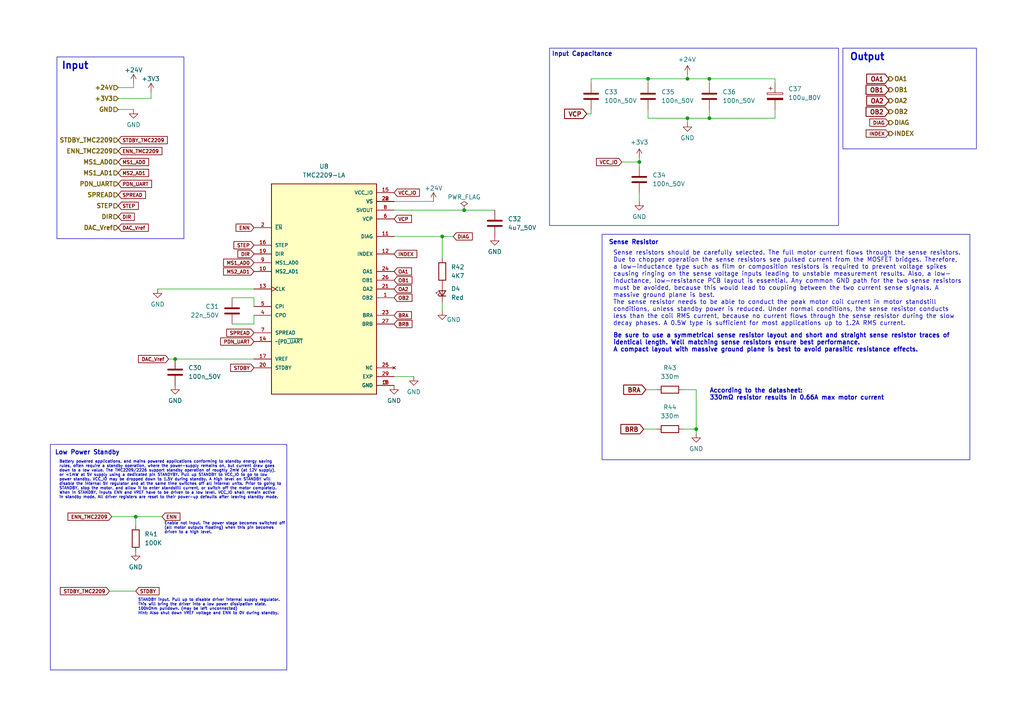
<source format=kicad_sch>
(kicad_sch (version 20231120) (generator "eeschema") (generator_version "8.0")
  (paper "A4")
  (lib_symbols
    (symbol "_C_0402:100n_50V" (pin_numbers hide) (pin_names (offset 0.254))
      (property "Reference" "C" (at 0.635 2.54 0))
      (property "Value" "100n_50V" (at 0.635 -2.54 0))
      (symbol "100n_50V_0_1"
        (polyline (pts (xy -2.032 -0.762) (xy 2.032 -0.762)) (stroke (width 0.508)))
        (polyline (pts (xy -2.032 0.762) (xy 2.032 0.762)) (stroke (width 0.508)))
      )
      (symbol "100n_50V_1_1"
        (pin passive line (at 0 3.81 270) (length 2.794) (name "~") (number "1"))
        (pin passive line (at 0 -3.81 90) (length 2.794) (name "~") (number "2"))
      )
    )
    (symbol "_C_0402:22n_50V" (pin_numbers hide) (pin_names (offset 0.254))
      (property "Reference" "C" (at 0.635 2.54 0))
      (property "Value" "22n_50V" (at 0.635 -2.54 0))
      (symbol "22n_50V_0_1"
        (polyline (pts (xy -2.032 -0.762) (xy 2.032 -0.762)) (stroke (width 0.508)))
        (polyline (pts (xy -2.032 0.762) (xy 2.032 0.762)) (stroke (width 0.508)))
      )
      (symbol "22n_50V_1_1"
        (pin passive line (at 0 3.81 270) (length 2.794) (name "~") (number "1"))
        (pin passive line (at 0 -3.81 90) (length 2.794) (name "~") (number "2"))
      )
    )
    (symbol "_C_1206:4u7_50V" (pin_numbers hide) (pin_names (offset 0.254))
      (property "Reference" "C" (at 0.635 2.54 0))
      (property "Value" "4u7_50V" (at 0.635 -2.54 0))
      (symbol "4u7_50V_0_1"
        (polyline (pts (xy -2.032 -0.762) (xy 2.032 -0.762)) (stroke (width 0.508)))
        (polyline (pts (xy -2.032 0.762) (xy 2.032 0.762)) (stroke (width 0.508)))
      )
      (symbol "4u7_50V_1_1"
        (pin passive line (at 0 3.81 270) (length 2.794) (name "~") (number "1"))
        (pin passive line (at 0 -3.81 90) (length 2.794) (name "~") (number "2"))
      )
    )
    (symbol "_C_Polarized:100u_80V" (pin_numbers hide) (pin_names (offset 0.254))
      (property "Reference" "C" (at 0.635 2.54 0))
      (property "Value" "100u_80V" (at 0.635 -2.54 0))
      (symbol "100u_80V_0_1"
        (rectangle (start -2.286 0.508) (end 2.286 1.016))
        (polyline (pts (xy -1.778 2.286) (xy -0.762 2.286)))
        (polyline (pts (xy -1.27 2.794) (xy -1.27 1.778)))
        (rectangle (start 2.286 -0.508) (end -2.286 -1.016) (fill (type outline)))
      )
      (symbol "100u_80V_1_1"
        (pin passive line (at 0 3.81 270) (length 2.794) (name "~") (number "1"))
        (pin passive line (at 0 -3.81 90) (length 2.794) (name "~") (number "2"))
      )
    )
    (symbol "_Driver_Motor:TMC2209-LA" (pin_names (offset 1.016))
      (property "Reference" "U" (at -15.24 30.48 0))
      (property "Value" "TMC2209-LA" (at -15.24 -33.02 0))
      (symbol "TMC2209-LA_0_0"
        (rectangle (start -15.24 -30.48) (end 15.24 30.48) (stroke (width 0.254)) (fill (type background)))
        (pin output line (at 20.32 -2.54 180) (length 5.08) (name "OB2") (number "1"))
        (pin input line (at -20.32 5.08 0) (length 5.08) (name "MS2_AD1") (number "10"))
        (pin output line (at 20.32 15.24 180) (length 5.08) (name "DIAG") (number "11"))
        (pin output line (at 20.32 10.16 180) (length 5.08) (name "INDEX") (number "12"))
        (pin input clock (at -20.32 0 0) (length 5.08) (name "CLK") (number "13"))
        (pin bidirectional line (at -20.32 -15.24 0) (length 5.08) (name "~{PD~{_UART}") (number "14"))
        (pin power_in line (at 20.32 27.94 180) (length 5.08) (name "VCC_IO") (number "15"))
        (pin input line (at -20.32 12.7 0) (length 5.08) (name "STEP") (number "16"))
        (pin input line (at -20.32 -20.32 0) (length 5.08) (name "VREF") (number "17"))
        (pin power_in line (at 20.32 -27.94 180) (length 5.08) (name "GND") (number "18"))
        (pin input line (at -20.32 10.16 0) (length 5.08) (name "DIR") (number "19"))
        (pin input line (at -20.32 17.78 0) (length 5.08) (name "~{EN}") (number "2"))
        (pin input line (at -20.32 -22.86 0) (length 5.08) (name "STDBY") (number "20"))
        (pin output line (at 20.32 0 180) (length 5.08) (name "OA2") (number "21"))
        (pin power_in line (at 20.32 25.4 180) (length 5.08) (name "VS") (number "22"))
        (pin bidirectional line (at 20.32 -7.62 180) (length 5.08) (name "BRA") (number "23"))
        (pin output line (at 20.32 5.08 180) (length 5.08) (name "OA1") (number "24"))
        (pin no_connect line (at 20.32 -22.86 180) (length 5.08) (name "NC") (number "25"))
        (pin output line (at 20.32 2.54 180) (length 5.08) (name "OB1") (number "26"))
        (pin bidirectional line (at 20.32 -10.16 180) (length 5.08) (name "BRB") (number "27"))
        (pin power_in line (at 20.32 25.4 180) (length 5.08) (name "VS") (number "28"))
        (pin power_in line (at 20.32 -25.4 180) (length 5.08) (name "EXP") (number "29"))
        (pin power_in line (at 20.32 -27.94 180) (length 5.08) (name "GND") (number "3"))
        (pin output line (at -20.32 -7.62 0) (length 5.08) (name "CPO") (number "4"))
        (pin input line (at -20.32 -5.08 0) (length 5.08) (name "CPI") (number "5"))
        (pin power_in line (at 20.32 20.32 180) (length 5.08) (name "VCP") (number "6"))
        (pin input line (at -20.32 -12.7 0) (length 5.08) (name "SPREAD") (number "7"))
        (pin power_in line (at 20.32 22.86 180) (length 5.08) (name "5VOUT") (number "8"))
        (pin input line (at -20.32 7.62 0) (length 5.08) (name "MS1_AD0") (number "9"))
      )
    )
    (symbol "_LED:Red" (pin_numbers hide) (pin_names (offset 0.254) hide)
      (property "Reference" "D" (at -1.27 3.175 0))
      (property "Value" "Red" (at -4.445 -2.54 0))
      (symbol "Red_0_1"
        (polyline (pts (xy -0.762 -1.016) (xy -0.762 1.016)) (stroke (width 0.254)))
        (polyline (pts (xy 1.016 0) (xy -0.762 0)))
        (polyline (pts (xy 0.762 -1.016) (xy -0.762 0) (xy 0.762 1.016) (xy 0.762 -1.016)) (stroke (width 0.254)))
        (polyline (pts (xy 0 0.762) (xy -0.508 1.27) (xy -0.254 1.27) (xy -0.508 1.27) (xy -0.508 1.016)))
        (polyline (pts (xy 0.508 1.27) (xy 0 1.778) (xy 0.254 1.778) (xy 0 1.778) (xy 0 1.524)))
      )
      (symbol "Red_1_1"
        (pin passive line (at -2.54 0 0) (length 1.778) (name "K") (number "1"))
        (pin passive line (at 2.54 0 180) (length 1.778) (name "A") (number "2"))
      )
    )
    (symbol "_R_0402:100K" (pin_numbers hide) (pin_names (offset 0))
      (property "Reference" "R" (at 2.032 0 90))
      (property "Value" "100K" (at 0 0 90))
      (symbol "100K_0_1"
        (rectangle (start -1.016 -2.54) (end 1.016 2.54) (stroke (width 0.254)))
      )
      (symbol "100K_1_1"
        (pin passive line (at 0 3.81 270) (length 1.27) (name "~") (number "1"))
        (pin passive line (at 0 -3.81 90) (length 1.27) (name "~") (number "2"))
      )
    )
    (symbol "_R_0603:4K7" (pin_numbers hide) (pin_names (offset 0))
      (property "Reference" "R" (at 2.032 0 90))
      (property "Value" "4K7" (at 0 0 90))
      (symbol "4K7_0_1"
        (rectangle (start -1.016 -2.54) (end 1.016 2.54) (stroke (width 0.254)))
      )
      (symbol "4K7_1_1"
        (pin passive line (at 0 3.81 270) (length 1.27) (name "~") (number "1"))
        (pin passive line (at 0 -3.81 90) (length 1.27) (name "~") (number "2"))
      )
    )
    (symbol "_R_1210:330m" (pin_numbers hide) (pin_names (offset 0))
      (property "Reference" "R" (at 2.032 0 90))
      (property "Value" "330m" (at 0 0 90))
      (symbol "330m_0_1"
        (rectangle (start -1.016 -2.54) (end 1.016 2.54) (stroke (width 0.254)))
      )
      (symbol "330m_1_1"
        (pin passive line (at 0 3.81 270) (length 1.27) (name "~") (number "1"))
        (pin passive line (at 0 -3.81 90) (length 1.27) (name "~") (number "2"))
      )
    )
    (symbol "power:+24V" (power) (pin_names (offset 0))
      (property "Value" "+24V" (at 0 3.556 0))
      (symbol "+24V_0_1"
        (polyline (pts (xy -0.762 1.27) (xy 0 2.54)))
        (polyline (pts (xy 0 0) (xy 0 2.54)))
        (polyline (pts (xy 0 2.54) (xy 0.762 1.27)))
      )
      (symbol "+24V_1_1"
        (pin power_in line (at 0 0 90) (length 0) hide (name "+24V") (number "1"))
      )
    )
    (symbol "power:+3V3" (power) (pin_names (offset 0))
      (property "Value" "+3V3" (at 0 3.556 0))
      (symbol "+3V3_0_1"
        (polyline (pts (xy -0.762 1.27) (xy 0 2.54)))
        (polyline (pts (xy 0 0) (xy 0 2.54)))
        (polyline (pts (xy 0 2.54) (xy 0.762 1.27)))
      )
      (symbol "+3V3_1_1"
        (pin power_in line (at 0 0 90) (length 0) hide (name "+3V3") (number "1"))
      )
    )
    (symbol "power:GND" (power) (pin_names (offset 0))
      (property "Value" "GND" (at 0 -3.81 0))
      (symbol "GND_0_1"
        (polyline (pts (xy 0 0) (xy 0 -1.27) (xy 1.27 -1.27) (xy 0 -2.54) (xy -1.27 -1.27) (xy 0 -1.27)))
      )
      (symbol "GND_1_1"
        (pin power_in line (at 0 0 270) (length 0) hide (name "GND") (number "1"))
      )
    )
    (symbol "power:PWR_FLAG" (power) (pin_numbers hide) (pin_names (offset 0) hide)
      (property "Value" "PWR_FLAG" (at 0 3.81 0))
      (symbol "PWR_FLAG_0_0"
        (pin power_out line (at 0 0 90) (length 0) (name "pwr") (number "1"))
      )
      (symbol "PWR_FLAG_0_1"
        (polyline (pts (xy 0 0) (xy 0 1.27) (xy -1.016 1.905) (xy 0 2.54) (xy 1.016 1.905) (xy 0 1.27)))
      )
    )
  )
  (junction (at 187.96 22.86))
  (junction (at 39.37 149.86))
  (junction (at 128.27 68.58))
  (junction (at 199.39 34.29))
  (junction (at 134.62 60.96))
  (junction (at 199.39 22.86))
  (junction (at 205.74 22.86))
  (junction (at 50.8 104.14))
  (junction (at 205.74 34.29))
  (junction (at 201.93 124.46))
  (junction (at 185.42 46.99))
  (wire (pts (xy 199.39 34.29) (xy 205.74 34.29)))
  (wire (pts (xy 186.69 124.46) (xy 190.5 124.46)))
  (wire (pts (xy 48.895 104.14) (xy 50.8 104.14)))
  (wire (pts (xy 131.445 68.58) (xy 128.27 68.58)))
  (wire (pts (xy 67.31 93.98) (xy 73.66 93.98)))
  (wire (pts (xy 187.96 31.75) (xy 187.96 34.29)))
  (wire (pts (xy 171.45 22.86) (xy 187.96 22.86)))
  (wire (pts (xy 45.72 83.82) (xy 73.66 83.82)))
  (wire (pts (xy 171.45 31.75) (xy 171.45 33.02)))
  (wire (pts (xy 205.74 22.86) (xy 224.79 22.86)))
  (wire (pts (xy 34.29 31.75) (xy 38.735 31.75)))
  (wire (pts (xy 171.45 22.86) (xy 171.45 24.13)))
  (wire (pts (xy 187.325 113.03) (xy 190.5 113.03)))
  (wire (pts (xy 187.96 22.86) (xy 199.39 22.86)))
  (wire (pts (xy 187.96 22.86) (xy 187.96 24.13)))
  (wire (pts (xy 224.79 31.75) (xy 224.79 34.29)))
  (wire (pts (xy 50.8 104.14) (xy 73.66 104.14)))
  (wire (pts (xy 67.31 86.36) (xy 73.66 86.36)))
  (wire (pts (xy 185.42 46.99) (xy 185.42 48.26)))
  (wire (pts (xy 201.93 113.03) (xy 198.12 113.03)))
  (wire (pts (xy 185.42 55.88) (xy 185.42 58.42)))
  (wire (pts (xy 31.75 171.45) (xy 39.37 171.45)))
  (wire (pts (xy 198.12 124.46) (xy 201.93 124.46)))
  (wire (pts (xy 128.27 68.58) (xy 128.27 74.93)))
  (wire (pts (xy 128.27 68.58) (xy 114.3 68.58)))
  (wire (pts (xy 199.39 21.59) (xy 199.39 22.86)))
  (wire (pts (xy 73.66 86.36) (xy 73.66 88.9)))
  (wire (pts (xy 199.39 34.29) (xy 199.39 35.56)))
  (wire (pts (xy 38.735 25.4) (xy 34.29 25.4)))
  (wire (pts (xy 187.96 34.29) (xy 199.39 34.29)))
  (wire (pts (xy 114.3 58.42) (xy 125.73 58.42)))
  (wire (pts (xy 39.37 149.86) (xy 46.99 149.86)))
  (wire (pts (xy 73.66 91.44) (xy 73.66 93.98)))
  (wire (pts (xy 180.34 46.99) (xy 185.42 46.99)))
  (wire (pts (xy 185.42 46.99) (xy 185.42 45.72)))
  (wire (pts (xy 34.29 28.575) (xy 43.815 28.575)))
  (wire (pts (xy 201.93 124.46) (xy 201.93 125.73)))
  (wire (pts (xy 224.79 34.29) (xy 205.74 34.29)))
  (wire (pts (xy 39.37 149.86) (xy 39.37 152.4)))
  (wire (pts (xy 114.3 60.96) (xy 134.62 60.96)))
  (wire (pts (xy 43.815 26.67) (xy 43.815 28.575)))
  (wire (pts (xy 201.93 113.03) (xy 201.93 124.46)))
  (wire (pts (xy 134.62 60.96) (xy 143.51 60.96)))
  (wire (pts (xy 224.79 22.86) (xy 224.79 24.13)))
  (wire (pts (xy 38.735 24.13) (xy 38.735 25.4)))
  (wire (pts (xy 32.385 149.86) (xy 39.37 149.86)))
  (wire (pts (xy 205.74 22.86) (xy 205.74 24.13)))
  (wire (pts (xy 114.3 109.22) (xy 120.015 109.22)))
  (wire (pts (xy 128.27 90.17) (xy 128.27 87.63)))
  (wire (pts (xy 199.39 22.86) (xy 205.74 22.86)))
  (wire (pts (xy 205.74 31.75) (xy 205.74 34.29)))
  (wire (pts (xy 171.45 33.02) (xy 170.18 33.02)))
  (rectangle (start 159.385 13.97) (end 243.205 65.405))
  (rectangle (start 244.475 13.97) (end 283.21 43.18))
  (rectangle (start 16.51 16.51) (end 53.34 69.215))
  (rectangle (start 14.605 128.905) (end 83.185 194.31))
  (rectangle (start 174.625 67.945) (end 281.305 133.35))
  (text "STANDBY input. Pull up to disable driver internal supply regulator.\nThis will bring the driver into a low power dissipation state.\n100kOhm pulldown. (may be left unconnected)\nHint: Also shut down VREF voltage and ENN to 0V during standby." (at 40.005 178.435 0) (effects (font (size 0.8 0.8)) (justify left bottom)))
  (text "Output" (at 246.38 17.78 0) (effects (font (size 2 2) (thickness 0.4) (bold yes)) (justify left bottom)))
  (text "Sense resistors should be carefully selected. The full motor current flows through the sense resistors.\nDue to chopper operation the sense resistors see pulsed current from the MOSFET bridges. Therefore,\na low-inductance type such as film or composition resistors is required to prevent voltage spikes\ncausing ringing on the sense voltage inputs leading to unstable measurement results. Also, a low-\ninductance, low-resistance PCB layout is essential. Any common GND path for the two sense resistors\nmust be avoided, because this would lead to coupling between the two current sense signals. A\nmassive ground plane is best.\nThe sense resistor needs to be able to conduct the peak motor coil current in motor standstill\nconditions, unless standby power is reduced. Under normal conditions, the sense resistor conducts\nless than the coil RMS current, because no current flows through the sense resistor during the slow\ndecay phases. A 0.5W type is sufficient for most applications up to 1.2A RMS current." (at 177.8 94.615 0) (effects (font (size 1.27 1.27)) (justify left bottom)))
  (text "Enable not input. The power stage becomes switched off\n(all motor outputs floating) when this pin becomes\ndriven to a high level." (at 47.625 154.94 0) (effects (font (size 0.8 0.8)) (justify left bottom)))
  (text "Low Power Standby" (at 15.875 132.08 0) (effects (font (size 1.27 1.27) (bold yes)) (justify left bottom)))
  (text "Be sure to use a symmetrical sense resistor layout and short and straight sense resistor traces of\nidentical length. Well matching sense resistors ensure best performance.\nA compact layout with massive ground plane is best to avoid parasitic resistance effects." (at 177.8 102.235 0) (effects (font (size 1.27 1.27) (thickness 0.254) (bold yes)) (justify left bottom)))
  (text "According to the datasheet:\n330mΩ resistor results in 0.66A max motor current" (at 205.74 116.205 0) (effects (font (size 1.27 1.27) (bold yes)) (justify left bottom)))
  (text "Sense Resistor" (at 176.53 71.12 0) (effects (font (size 1.27 1.27) (bold yes)) (justify left bottom)))
  (text "Battery powered applications, and mains powered applications conforming to standby energy saving\nrules, often require a standby operation, where the power-supply remains on, but current draw goes\ndown to a low value. The TMC2209/2226 support standby operation of roughly 2mW (at 12V supply),\nor <1mW at 5V supply using a dedicated pin STANDYBY. Pull up STANDBY to VCC_IO to go to low\npower standby. VCC_IO may be dropped down to 1.5V during standby. A high level on STANDBY will\ndisable the internal 5V regulator and at the same time switches off all internal units. Prior to going to\nSTANDBY, stop the motor, and allow it to enter standstill current, or switch off the motor completely.\nWhen in STANDBY, inputs ENN and VREF have to be driven to a low level. VCC_IO shall remain active\nin standby mode. All driver registers are reset to their power-up defaults after leaving standby mode." (at 17.145 144.78 0) (effects (font (size 0.8 0.8)) (justify left bottom)))
  (text "Input Capacitance" (at 160.02 16.51 0) (effects (font (size 1.27 1.27) (bold yes)) (justify left bottom)))
  (text "Input" (at 17.78 20.32 0) (effects (font (size 2 2) (thickness 0.4) (bold yes)) (justify left bottom)))
  (global_label "ENN" (shape input) (at 73.66 66.04 180) (effects (font (size 1 1) (bold yes))) (property "Intersheetrefs" "${INTERSHEET_REFS}" (effects (hide yes))))
  (global_label "DAC_Vref" (shape input) (at 48.895 104.14 180) (effects (font (size 1 1) (bold yes))) (property "Intersheetrefs" "${INTERSHEET_REFS}" (effects (hide yes))))
  (global_label "BRA" (shape input) (at 114.3 91.44 0) (effects (font (size 1 1) (bold yes))) (property "Intersheetrefs" "${INTERSHEET_REFS}" (effects (hide yes))))
  (global_label "INDEX" (shape input) (at 257.81 38.735 180) (effects (font (size 1 1) (bold yes))) (property "Intersheetrefs" "${INTERSHEET_REFS}" (effects (hide yes))))
  (global_label "ENN" (shape input) (at 46.99 149.86 0) (effects (font (size 1 1) (bold yes))) (property "Intersheetrefs" "${INTERSHEET_REFS}" (effects (hide yes))))
  (global_label "VCP" (shape input) (at 170.18 33.02 180) (effects (font (bold yes))) (property "Intersheetrefs" "${INTERSHEET_REFS}" (effects (hide yes))))
  (global_label "STDBY" (shape input) (at 39.37 171.45 0) (effects (font (size 1 1) (bold yes))) (property "Intersheetrefs" "${INTERSHEET_REFS}" (effects (hide yes))))
  (global_label "MS2_AD1" (shape input) (at 34.29 50.165 0) (effects (font (size 1 1) (bold yes))) (property "Intersheetrefs" "${INTERSHEET_REFS}" (effects (hide yes))))
  (global_label "BRA" (shape input) (at 187.325 113.03 180) (effects (font (bold yes))) (property "Intersheetrefs" "${INTERSHEET_REFS}" (effects (hide yes))))
  (global_label "SPREAD" (shape input) (at 73.66 96.52 180) (effects (font (size 1 1) (bold yes))) (property "Intersheetrefs" "${INTERSHEET_REFS}" (effects (hide yes))))
  (global_label "VCC_IO" (shape input) (at 180.34 46.99 180) (effects (font (size 1 1) (bold yes))) (property "Intersheetrefs" "${INTERSHEET_REFS}" (effects (hide yes))))
  (global_label "VCP" (shape input) (at 114.3 63.5 0) (effects (font (size 1 1) (bold yes))) (property "Intersheetrefs" "${INTERSHEET_REFS}" (effects (hide yes))))
  (global_label "OB2" (shape input) (at 114.3 86.36 0) (effects (font (size 1 1) (bold yes))) (property "Intersheetrefs" "${INTERSHEET_REFS}" (effects (hide yes))))
  (global_label "MS1_AD0" (shape input) (at 34.29 46.99 0) (effects (font (size 1 1) (bold yes))) (property "Intersheetrefs" "${INTERSHEET_REFS}" (effects (hide yes))))
  (global_label "PDN_UART" (shape input) (at 34.29 53.34 0) (effects (font (size 1 1) (bold yes))) (property "Intersheetrefs" "${INTERSHEET_REFS}" (effects (hide yes))))
  (global_label "STEP" (shape input) (at 34.29 59.69 0) (effects (font (size 1 1) (bold yes))) (property "Intersheetrefs" "${INTERSHEET_REFS}" (effects (hide yes))))
  (global_label "DIR" (shape input) (at 73.66 73.66 180) (effects (font (size 1 1) (bold yes))) (property "Intersheetrefs" "${INTERSHEET_REFS}" (effects (hide yes))))
  (global_label "STEP" (shape input) (at 73.66 71.12 180) (effects (font (size 1 1) (bold yes))) (property "Intersheetrefs" "${INTERSHEET_REFS}" (effects (hide yes))))
  (global_label "MS2_AD1" (shape input) (at 73.66 78.74 180) (effects (font (size 1 1) (bold yes))) (property "Intersheetrefs" "${INTERSHEET_REFS}" (effects (hide yes))))
  (global_label "OA1" (shape input) (at 114.3 78.74 0) (effects (font (size 1 1) (bold yes))) (property "Intersheetrefs" "${INTERSHEET_REFS}" (effects (hide yes))))
  (global_label "DAC_Vref" (shape input) (at 34.29 66.04 0) (effects (font (size 1 1) (bold yes))) (property "Intersheetrefs" "${INTERSHEET_REFS}" (effects (hide yes))))
  (global_label "DIAG" (shape input) (at 257.81 35.56 180) (effects (font (size 1 1) (bold yes))) (property "Intersheetrefs" "${INTERSHEET_REFS}" (effects (hide yes))))
  (global_label "MS1_AD0" (shape input) (at 73.66 76.2 180) (effects (font (size 1 1) (bold yes))) (property "Intersheetrefs" "${INTERSHEET_REFS}" (effects (hide yes))))
  (global_label "OA1" (shape input) (at 257.81 22.86 180) (effects (font (bold yes))) (property "Intersheetrefs" "${INTERSHEET_REFS}" (effects (hide yes))))
  (global_label "STDBY" (shape input) (at 73.66 106.68 180) (effects (font (size 1 1) (bold yes))) (property "Intersheetrefs" "${INTERSHEET_REFS}" (effects (hide yes))))
  (global_label "OA2" (shape input) (at 257.81 29.21 180) (effects (font (bold yes))) (property "Intersheetrefs" "${INTERSHEET_REFS}" (effects (hide yes))))
  (global_label "VCC_IO" (shape input) (at 114.3 55.88 0) (effects (font (size 1 1) (bold yes))) (property "Intersheetrefs" "${INTERSHEET_REFS}" (effects (hide yes))))
  (global_label "STDBY_TMC2209" (shape input) (at 34.29 40.64 0) (effects (font (size 1 1) (bold yes))) (property "Intersheetrefs" "${INTERSHEET_REFS}" (effects (hide yes))))
  (global_label "BRB" (shape input) (at 114.3 93.98 0) (effects (font (size 1 1) (bold yes))) (property "Intersheetrefs" "${INTERSHEET_REFS}" (effects (hide yes))))
  (global_label "STDBY_TMC2209" (shape input) (at 31.75 171.45 180) (effects (font (size 1 1) (bold yes))) (property "Intersheetrefs" "${INTERSHEET_REFS}" (effects (hide yes))))
  (global_label "ENN_TMC2209" (shape input) (at 32.385 149.86 180) (effects (font (size 1 1) (bold yes))) (property "Intersheetrefs" "${INTERSHEET_REFS}" (effects (hide yes))))
  (global_label "SPREAD" (shape input) (at 34.29 56.515 0) (effects (font (size 1 1) (bold yes))) (property "Intersheetrefs" "${INTERSHEET_REFS}" (effects (hide yes))))
  (global_label "OB1" (shape input) (at 114.3 81.28 0) (effects (font (size 1 1) (bold yes))) (property "Intersheetrefs" "${INTERSHEET_REFS}" (effects (hide yes))))
  (global_label "ENN_TMC2209" (shape input) (at 34.29 43.815 0) (effects (font (size 1 1) (bold yes))) (property "Intersheetrefs" "${INTERSHEET_REFS}" (effects (hide yes))))
  (global_label "OA2" (shape input) (at 114.3 83.82 0) (effects (font (size 1 1) (bold yes))) (property "Intersheetrefs" "${INTERSHEET_REFS}" (effects (hide yes))))
  (global_label "DIR" (shape input) (at 34.29 62.865 0) (effects (font (size 1 1) (bold yes))) (property "Intersheetrefs" "${INTERSHEET_REFS}" (effects (hide yes))))
  (global_label "INDEX" (shape input) (at 114.3 73.66 0) (effects (font (size 1 1) (bold yes))) (property "Intersheetrefs" "${INTERSHEET_REFS}" (effects (hide yes))))
  (global_label "OB2" (shape input) (at 257.81 32.385 180) (effects (font (bold yes))) (property "Intersheetrefs" "${INTERSHEET_REFS}" (effects (hide yes))))
  (global_label "DIAG" (shape input) (at 131.445 68.58 0) (effects (font (size 1 1) (bold yes))) (property "Intersheetrefs" "${INTERSHEET_REFS}" (effects (hide yes))))
  (global_label "OB1" (shape input) (at 257.81 26.035 180) (effects (font (bold yes))) (property "Intersheetrefs" "${INTERSHEET_REFS}" (effects (hide yes))))
  (global_label "PDN_UART" (shape input) (at 73.66 99.06 180) (effects (font (size 1 1) (bold yes))) (property "Intersheetrefs" "${INTERSHEET_REFS}" (effects (hide yes))))
  (global_label "BRB" (shape input) (at 186.69 124.46 180) (effects (font (bold yes))) (property "Intersheetrefs" "${INTERSHEET_REFS}" (effects (hide yes))))
  (hierarchical_label "DIAG" (shape output) (at 257.81 35.56 0) (effects (font (bold yes))))
  (hierarchical_label "ENN_TMC2209" (shape input) (at 34.29 43.815 180) (effects (font (bold yes))))
  (hierarchical_label "INDEX" (shape output) (at 257.81 38.735 0) (effects (font (bold yes))))
  (hierarchical_label "+24V" (shape input) (at 34.29 25.4 180) (effects (font (bold yes))))
  (hierarchical_label "OB1" (shape output) (at 257.81 26.035 0) (effects (font (bold yes))))
  (hierarchical_label "+3V3" (shape input) (at 34.29 28.575 180) (effects (font (bold yes))))
  (hierarchical_label "PDN_UART" (shape input) (at 34.29 53.34 180) (effects (font (bold yes))))
  (hierarchical_label "MS1_AD1" (shape input) (at 34.29 50.165 180) (effects (font (bold yes))))
  (hierarchical_label "SPREAD" (shape input) (at 34.29 56.515 180) (effects (font (bold yes))))
  (hierarchical_label "OB2" (shape output) (at 257.81 32.385 0) (effects (font (bold yes))))
  (hierarchical_label "GND" (shape input) (at 34.29 31.75 180) (effects (font (bold yes))))
  (hierarchical_label "OA1" (shape output) (at 257.81 22.86 0) (effects (font (bold yes))))
  (hierarchical_label "MS1_AD0" (shape input) (at 34.29 46.99 180) (effects (font (bold yes))))
  (hierarchical_label "DAC_Vref" (shape input) (at 34.29 66.04 180) (effects (font (bold yes))))
  (hierarchical_label "STEP" (shape input) (at 34.29 59.69 180) (effects (font (bold yes))))
  (hierarchical_label "DIR" (shape input) (at 34.29 62.865 180) (effects (font (bold yes))))
  (hierarchical_label "STDBY_TMC2209" (shape input) (at 34.29 40.64 180) (effects (font (bold yes))))
  (hierarchical_label "OA2" (shape output) (at 257.81 29.21 0) (effects (font (bold yes))))
  (symbol (lib_id "power:PWR_FLAG") (at 134.62 60.96 0) (unit 1)
    (property "Reference" "#FLG04" (effects (hide yes)))
    (property "Value" "PWR_FLAG" (at 134.62 57.15 0))
    (property "Description" "Special symbol for telling ERC where power comes from" (effects (hide yes)))
  )
  (symbol (lib_id "power:+24V") (at 199.39 21.59 0) (unit 1)
    (property "Reference" "#PWR0126" (effects (hide yes)))
    (property "Value" "+24V" (at 199.263 17.272 0))
    (property "Description" "Power symbol creates a global label with name \"+24V\"" (effects (hide yes)))
  )
  (symbol (lib_id "power:GND") (at 199.39 35.56 0) (unit 1)
    (property "Reference" "#PWR0127" (effects (hide yes)))
    (property "Value" "GND" (at 199.39 40.005 0))
    (property "Description" "Power symbol creates a global label with name \"GND\" , ground" (effects (hide yes)))
  )
  (symbol (lib_id "_C_Polarized:100u_80V") (at 224.79 27.94 0) (unit 1)
    (property "Reference" "C37" (at 228.6 25.7809 0) (effects (justify left)))
    (property "Value" "100u_80V" (at 228.6 28.3209 0) (effects (justify left)))
    (property "Footprint" "Capacitor_SMD:CP_Elec_10x10" (effects (hide yes)))
    (property "Datasheet" "https://www.mouser.de/datasheet/2/231/161587245243-2307006.pdf" (effects (hide yes)))
    (property "Description" "Aluminum Electrolytic Capacitor 100uF 80V ±20% SMD,D10xL10mm" (effects (hide yes)))
    (property "MF" "Lelon" (effects (hide yes)))
    (property "MPN" "VZH101M1KTR-1010" (effects (hide yes)))
    (property "OC_LCSC" "C249838" (effects (hide yes)))
    (property "OC_MOUSER" "140-VZH101M1KTR1010 " (effects (hide yes)))
    (property "path_to_docs" "Passive_Components/Capacitors/Aluminium_Electrolytic_Capacitors/Lelon" (effects (hide yes)))
    (property "durability" "5000h@105°C" (effects (hide yes)))
  )
  (symbol (lib_id "_R_0402:100K") (at 39.37 156.21 0) (unit 1)
    (property "Reference" "R41" (at 41.91 154.9399 0) (effects (justify left)))
    (property "Value" "100K" (at 41.91 157.4799 0) (effects (justify left)))
    (property "Footprint" "Resistor_SMD:R_0402_1005Metric" (effects (hide yes)))
    (property "Description" "Resistor 100K 1% 62.5mW 50V 0402" (effects (hide yes)))
    (property "MF" "UNI-ROYAL" (effects (hide yes)))
    (property "MPN" "0402WGF1003TCE" (effects (hide yes)))
    (property "OC_LCSC" "C25741" (effects (hide yes)))
    (property "path_to_docs" "Passive_Components/Resistors/UNI-ROYAL" (effects (hide yes)))
  )
  (symbol (lib_id "_C_0402:100n_50V") (at 205.74 27.94 0) (unit 1)
    (property "Reference" "C36" (at 209.55 26.6699 0) (effects (justify left)))
    (property "Value" "100n_50V" (at 209.55 29.2099 0) (effects (justify left)))
    (property "Footprint" "Capacitor_SMD:C_0402_1005Metric" (effects (hide yes)))
    (property "Datasheet" "https://product.samsungsem.com/mlcc/CL05B104KB54PN.do" (effects (hide yes)))
    (property "Description" "Capacitor 100nF 50V X7R 10% 0402" (effects (hide yes)))
    (property "MF" "Samsung Electro-Mechanics" (effects (hide yes)))
    (property "MPN" "CL05B104KB54PNC" (effects (hide yes)))
    (property "OC_LCSC" "C307331" (effects (hide yes)))
    (property "path_to_docs" "Passive_Components/Capacitors/MLCC/Samsung_Electro-Mechanics" (effects (hide yes)))
  )
  (symbol (lib_id "_C_1206:4u7_50V") (at 143.51 64.77 0) (unit 1)
    (property "Reference" "C32" (at 147.32 63.4999 0) (effects (justify left)))
    (property "Value" "4u7_50V" (at 147.32 66.0399 0) (effects (justify left)))
    (property "Footprint" "Capacitor_SMD:C_1206_3216Metric" (effects (hide yes)))
    (property "Datasheet" "https://www.lcsc.com/datasheet/lcsc_datasheet_2304140030_FH--Guangdong-Fenghua-Advanced-Tech-1206B475K500NT_C29823.pdf" (effects (hide yes)))
    (property "Description" "Capacitor 4.7uF 50V X7R 10% 1206" (effects (hide yes)))
    (property "MF" "FH" (effects (hide yes)))
    (property "MPN" "1206B475K500NT" (effects (hide yes)))
    (property "OC_LCSC" "C29823" (effects (hide yes)))
    (property "path_to_docs" "Passive_Components/Capacitors/MLCC/FH" (effects (hide yes)))
  )
  (symbol (lib_id "power:+24V") (at 125.73 58.42 0) (unit 1)
    (property "Reference" "#PWR0121" (effects (hide yes)))
    (property "Value" "+24V" (at 125.73 54.61 0))
    (property "Description" "Power symbol creates a global label with name \"+24V\"" (effects (hide yes)))
  )
  (symbol (lib_id "power:+3V3") (at 185.42 45.72 0) (unit 1)
    (property "Reference" "#PWR0124" (effects (hide yes)))
    (property "Value" "+3V3" (at 185.42 41.275 0))
    (property "Description" "Power symbol creates a global label with name \"+3V3\"" (effects (hide yes)))
  )
  (symbol (lib_id "power:GND") (at 39.37 160.02 0) (unit 1)
    (property "Reference" "#PWR0115" (effects (hide yes)))
    (property "Value" "GND" (at 39.37 164.465 0))
    (property "Description" "Power symbol creates a global label with name \"GND\" , ground" (effects (hide yes)))
  )
  (symbol (lib_id "_LED:Red") (at 128.27 85.09 90) (unit 1)
    (property "Reference" "D4" (at 130.81 83.7564 90) (effects (justify right)))
    (property "Value" "Red" (at 130.81 86.2964 90) (effects (justify right)))
    (property "Footprint" "LED_SMD:LED_0603_1608Metric" (effects (hide yes)))
    (property "Datasheet" "https://datasheet.lcsc.com/lcsc/1810231112_Hubei-KENTO-Elec-KT-0603R_C2286.pdf" (effects (hide yes)))
    (property "Description" "LED Red 0603" (effects (hide yes)))
    (property "MF" "Hubei KENTO Elec" (effects (hide yes)))
    (property "MPN" "KT-0603R" (effects (hide yes)))
    (property "OC_LCSC" "C2286" (effects (hide yes)))
    (property "path_to_docs" "Optoelectronics/LED_Emitter/SMD/0603/Red/Hubei_Kento_Electronic" (effects (hide yes)))
  )
  (symbol (lib_id "_C_0402:100n_50V") (at 171.45 27.94 0) (unit 1)
    (property "Reference" "C33" (at 175.26 26.6699 0) (effects (justify left)))
    (property "Value" "100n_50V" (at 175.26 29.2099 0) (effects (justify left)))
    (property "Footprint" "Capacitor_SMD:C_0402_1005Metric" (effects (hide yes)))
    (property "Datasheet" "https://product.samsungsem.com/mlcc/CL05B104KB54PN.do" (effects (hide yes)))
    (property "Description" "Capacitor 100nF 50V X7R 10% 0402" (effects (hide yes)))
    (property "MF" "Samsung Electro-Mechanics" (effects (hide yes)))
    (property "MPN" "CL05B104KB54PNC" (effects (hide yes)))
    (property "OC_LCSC" "C307331" (effects (hide yes)))
    (property "path_to_docs" "Passive_Components/Capacitors/MLCC/Samsung_Electro-Mechanics" (effects (hide yes)))
  )
  (symbol (lib_id "_C_0402:100n_50V") (at 187.96 27.94 0) (unit 1)
    (property "Reference" "C35" (at 191.77 26.6699 0) (effects (justify left)))
    (property "Value" "100n_50V" (at 191.77 29.2099 0) (effects (justify left)))
    (property "Footprint" "Capacitor_SMD:C_0402_1005Metric" (effects (hide yes)))
    (property "Datasheet" "https://product.samsungsem.com/mlcc/CL05B104KB54PN.do" (effects (hide yes)))
    (property "Description" "Capacitor 100nF 50V X7R 10% 0402" (effects (hide yes)))
    (property "MF" "Samsung Electro-Mechanics" (effects (hide yes)))
    (property "MPN" "CL05B104KB54PNC" (effects (hide yes)))
    (property "OC_LCSC" "C307331" (effects (hide yes)))
    (property "path_to_docs" "Passive_Components/Capacitors/MLCC/Samsung_Electro-Mechanics" (effects (hide yes)))
  )
  (symbol (lib_id "power:GND") (at 50.8 111.76 0) (unit 1)
    (property "Reference" "#PWR0118" (effects (hide yes)))
    (property "Value" "GND" (at 50.8 116.205 0))
    (property "Description" "Power symbol creates a global label with name \"GND\" , ground" (effects (hide yes)))
  )
  (symbol (lib_id "power:GND") (at 143.51 68.58 0) (unit 1)
    (property "Reference" "#PWR0123" (effects (hide yes)))
    (property "Value" "GND" (at 143.51 73.025 0))
    (property "Description" "Power symbol creates a global label with name \"GND\" , ground" (effects (hide yes)))
  )
  (symbol (lib_id "power:GND") (at 185.42 58.42 0) (unit 1)
    (property "Reference" "#PWR0125" (effects (hide yes)))
    (property "Value" "GND" (at 185.42 62.865 0))
    (property "Description" "Power symbol creates a global label with name \"GND\" , ground" (effects (hide yes)))
  )
  (symbol (lib_id "_R_0603:4K7") (at 128.27 78.74 0) (unit 1)
    (property "Reference" "R42" (at 130.81 77.4699 0) (effects (justify left)))
    (property "Value" "4K7" (at 130.81 80.0099 0) (effects (justify left)))
    (property "Footprint" "Resistor_SMD:R_0603_1608Metric" (effects (hide yes)))
    (property "Datasheet" "https://datasheet.lcsc.com/lcsc/2206010100_UNI-ROYAL-Uniroyal-Elec-0603WAF4701T5E_C23162.pdf" (effects (hide yes)))
    (property "Description" "Resistor 4K7 1% 100mW 75V 0603" (effects (hide yes)))
    (property "MF" "UNI-ROYAL" (effects (hide yes)))
    (property "MPN" "0603WAF4701T5E" (effects (hide yes)))
    (property "OC_LCSC" "C23162" (effects (hide yes)))
    (property "path_to_docs" "Passive_Components/Resistors/UNI-ROYAL" (effects (hide yes)))
  )
  (symbol (lib_id "_R_1210:330m") (at 194.31 124.46 90) (unit 1)
    (property "Reference" "R44" (at 194.31 118.11 90))
    (property "Value" "330m" (at 194.31 120.65 90))
    (property "Footprint" "Resistor_SMD:R_1210_3225Metric" (effects (hide yes)))
    (property "Datasheet" "https://wmsc.lcsc.com/wmsc/upload/file/pdf/v2/lcsc/2201181800_FOJAN-FRL1210FR330TS_C2960935.pdf" (effects (hide yes)))
    (property "Description" "Resistor 330mΩ 1% 500mW 500V 1210" (effects (hide yes)))
    (property "MF" "FOJAN" (effects (hide yes)))
    (property "MPN" "FRL1210FR330TS" (effects (hide yes)))
    (property "OC_LCSC" "C2960935" (effects (hide yes)))
    (property "path_to_docs" "Passive_Components/Resistors/FOJAN" (effects (hide yes)))
  )
  (symbol (lib_id "power:GND") (at 114.3 111.76 0) (unit 1)
    (property "Reference" "#PWR0119" (effects (hide yes)))
    (property "Value" "GND" (at 114.3 116.205 0))
    (property "Description" "Power symbol creates a global label with name \"GND\" , ground" (effects (hide yes)))
  )
  (symbol (lib_id "_R_1210:330m") (at 194.31 113.03 90) (unit 1)
    (property "Reference" "R43" (at 194.31 106.68 90))
    (property "Value" "330m" (at 194.31 109.22 90))
    (property "Footprint" "Resistor_SMD:R_1210_3225Metric" (effects (hide yes)))
    (property "Datasheet" "https://wmsc.lcsc.com/wmsc/upload/file/pdf/v2/lcsc/2201181800_FOJAN-FRL1210FR330TS_C2960935.pdf" (effects (hide yes)))
    (property "Description" "Resistor 330mΩ 1% 500mW 500V 1210" (effects (hide yes)))
    (property "MF" "FOJAN" (effects (hide yes)))
    (property "MPN" "FRL1210FR330TS" (effects (hide yes)))
    (property "OC_LCSC" "C2960935" (effects (hide yes)))
    (property "path_to_docs" "Passive_Components/Resistors/FOJAN" (effects (hide yes)))
  )
  (symbol (lib_id "_Driver_Motor:TMC2209-LA") (at 93.98 83.82 0) (unit 1)
    (property "Reference" "U8" (at 93.98 48.26 0))
    (property "Value" "TMC2209-LA" (at 93.98 50.8 0))
    (property "Footprint" "Package_DFN_QFN:QFN-28-1EP_5x5mm_P0.5mm_EP3.1x3.1mm_ThermalVias" (effects (hide yes)))
    (property "Datasheet" "https://www.analog.com/media/en/technical-documentation/data-sheets/TMC2209_datasheet_rev1.09.pdf" (effects (hide yes)))
    (property "Description" "TMC2209 Silent stepper motor driver with stealthChop2 and spreadCycle for efficient performance" (effects (hide yes)))
    (property "PARTREV" "1.08" (effects (hide yes)))
    (property "STANDARD" "IPC-7351B" (effects (hide yes)))
    (property "SNAPEDA_PN" "TMC2209-LA" (effects (hide yes)))
    (property "MAXIMUM_PACKAGE_HEIGHT" "0.90mm" (effects (hide yes)))
    (property "MANUFACTURER" "Trinamic" (effects (hide yes)))
    (property "MF" "TRINAMIC Motion Control GmbH" (effects (hide yes)))
    (property "MPN" "TMC2209-LA" (effects (hide yes)))
    (property "OC_LCSC" "C465949" (effects (hide yes)))
    (property "path_to_docs" "Semiconductors/Power_Management/Motor_Controllers/TMC2209-LA" (effects (hide yes)))
  )
  (symbol (lib_id "power:GND") (at 38.735 31.75 0) (unit 1)
    (property "Reference" "#PWR0114" (effects (hide yes)))
    (property "Value" "GND" (at 38.735 36.195 0))
    (property "Description" "Power symbol creates a global label with name \"GND\" , ground" (effects (hide yes)))
  )
  (symbol (lib_id "power:GND") (at 45.72 83.82 0) (unit 1)
    (property "Reference" "#PWR0117" (effects (hide yes)))
    (property "Value" "GND" (at 45.72 88.265 0))
    (property "Description" "Power symbol creates a global label with name \"GND\" , ground" (effects (hide yes)))
  )
  (symbol (lib_id "power:GND") (at 128.27 90.17 0) (unit 1)
    (property "Reference" "#PWR0122" (effects (hide yes)))
    (property "Value" "GND" (at 129.54 92.71 0) (effects (justify left)))
    (property "Description" "Power symbol creates a global label with name \"GND\" , ground" (effects (hide yes)))
  )
  (symbol (lib_id "power:+24V") (at 38.735 24.13 0) (unit 1)
    (property "Reference" "#PWR0113" (effects (hide yes)))
    (property "Value" "+24V" (at 38.735 20.32 0))
    (property "Description" "Power symbol creates a global label with name \"+24V\"" (effects (hide yes)))
  )
  (symbol (lib_id "power:GND") (at 120.015 109.22 0) (unit 1)
    (property "Reference" "#PWR0120" (effects (hide yes)))
    (property "Value" "GND" (at 120.015 113.665 0))
    (property "Description" "Power symbol creates a global label with name \"GND\" , ground" (effects (hide yes)))
  )
  (symbol (lib_id "power:GND") (at 201.93 125.73 0) (unit 1)
    (property "Reference" "#PWR0128" (effects (hide yes)))
    (property "Value" "GND" (at 201.93 130.175 0))
    (property "Description" "Power symbol creates a global label with name \"GND\" , ground" (effects (hide yes)))
  )
  (symbol (lib_id "_C_0402:100n_50V") (at 185.42 52.07 0) (unit 1)
    (property "Reference" "C34" (at 189.23 50.7999 0) (effects (justify left)))
    (property "Value" "100n_50V" (at 189.23 53.3399 0) (effects (justify left)))
    (property "Footprint" "Capacitor_SMD:C_0402_1005Metric" (effects (hide yes)))
    (property "Datasheet" "https://product.samsungsem.com/mlcc/CL05B104KB54PN.do" (effects (hide yes)))
    (property "Description" "Capacitor 100nF 50V X7R 10% 0402" (effects (hide yes)))
    (property "MF" "Samsung Electro-Mechanics" (effects (hide yes)))
    (property "MPN" "CL05B104KB54PNC" (effects (hide yes)))
    (property "OC_LCSC" "C307331" (effects (hide yes)))
    (property "path_to_docs" "Passive_Components/Capacitors/MLCC/Samsung_Electro-Mechanics" (effects (hide yes)))
  )
  (symbol (lib_id "_C_0402:22n_50V") (at 67.31 90.17 0) (mirror y) (unit 1)
    (property "Reference" "C31" (at 63.5 88.8999 0) (effects (justify left)))
    (property "Value" "22n_50V" (at 63.5 91.4399 0) (effects (justify left)))
    (property "Footprint" "Capacitor_SMD:C_0402_1005Metric" (effects (hide yes)))
    (property "Datasheet" "https://wmsc.lcsc.com/wmsc/upload/file/pdf/v2/lcsc/2304140030_FH--Guangdong-Fenghua-Advanced-Tech-0402B223K500NT_C1532.pdf" (effects (hide yes)))
    (property "Description" "Capacitor 22nF 50V X7R 10% 0402" (effects (hide yes)))
    (property "MF" "FH" (effects (hide yes)))
    (property "MPN" "0402B223K500NT" (effects (hide yes)))
    (property "OC_LCSC" "C1532" (effects (hide yes)))
    (property "path_to_docs" "Passive_Components/Capacitors/MLCC/FH" (effects (hide yes)))
  )
  (symbol (lib_id "_C_0402:100n_50V") (at 50.8 107.95 0) (unit 1)
    (property "Reference" "C30" (at 54.61 106.6799 0) (effects (justify left)))
    (property "Value" "100n_50V" (at 54.61 109.2199 0) (effects (justify left)))
    (property "Footprint" "Capacitor_SMD:C_0402_1005Metric" (effects (hide yes)))
    (property "Datasheet" "https://product.samsungsem.com/mlcc/CL05B104KB54PN.do" (effects (hide yes)))
    (property "Description" "Capacitor 100nF 50V X7R 10% 0402" (effects (hide yes)))
    (property "MF" "Samsung Electro-Mechanics" (effects (hide yes)))
    (property "MPN" "CL05B104KB54PNC" (effects (hide yes)))
    (property "OC_LCSC" "C307331" (effects (hide yes)))
    (property "path_to_docs" "Passive_Components/Capacitors/MLCC/Samsung_Electro-Mechanics" (effects (hide yes)))
  )
  (symbol (lib_id "power:+3V3") (at 43.815 26.67 0) (unit 1)
    (property "Reference" "#PWR0116" (effects (hide yes)))
    (property "Value" "+3V3" (at 43.688 22.86 0))
    (property "Description" "Power symbol creates a global label with name \"+3V3\"" (effects (hide yes)))
  )
)
</source>
